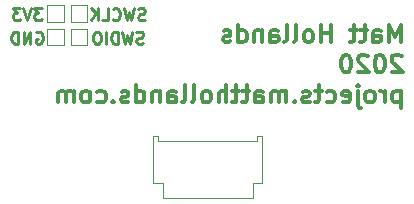
<source format=gbr>
G04 #@! TF.GenerationSoftware,KiCad,Pcbnew,(5.1.5-0-10_14)*
G04 #@! TF.CreationDate,2020-08-22T00:12:21-07:00*
G04 #@! TF.ProjectId,Sense_board,57726973-745f-4536-956e-73655f626f61,rev?*
G04 #@! TF.SameCoordinates,Original*
G04 #@! TF.FileFunction,Legend,Bot*
G04 #@! TF.FilePolarity,Positive*
%FSLAX46Y46*%
G04 Gerber Fmt 4.6, Leading zero omitted, Abs format (unit mm)*
G04 Created by KiCad (PCBNEW (5.1.5-0-10_14)) date 2020-08-22 00:12:21*
%MOMM*%
%LPD*%
G04 APERTURE LIST*
%ADD10C,0.300000*%
%ADD11C,0.250000*%
%ADD12C,0.120000*%
G04 APERTURE END LIST*
D10*
X135347857Y-52728571D02*
X135347857Y-51228571D01*
X134847857Y-52300000D01*
X134347857Y-51228571D01*
X134347857Y-52728571D01*
X132990714Y-52728571D02*
X132990714Y-51942857D01*
X133062142Y-51800000D01*
X133205000Y-51728571D01*
X133490714Y-51728571D01*
X133633571Y-51800000D01*
X132990714Y-52657142D02*
X133133571Y-52728571D01*
X133490714Y-52728571D01*
X133633571Y-52657142D01*
X133705000Y-52514285D01*
X133705000Y-52371428D01*
X133633571Y-52228571D01*
X133490714Y-52157142D01*
X133133571Y-52157142D01*
X132990714Y-52085714D01*
X132490714Y-51728571D02*
X131919285Y-51728571D01*
X132276428Y-51228571D02*
X132276428Y-52514285D01*
X132205000Y-52657142D01*
X132062142Y-52728571D01*
X131919285Y-52728571D01*
X131633571Y-51728571D02*
X131062142Y-51728571D01*
X131419285Y-51228571D02*
X131419285Y-52514285D01*
X131347857Y-52657142D01*
X131205000Y-52728571D01*
X131062142Y-52728571D01*
X129419285Y-52728571D02*
X129419285Y-51228571D01*
X129419285Y-51942857D02*
X128562142Y-51942857D01*
X128562142Y-52728571D02*
X128562142Y-51228571D01*
X127633571Y-52728571D02*
X127776428Y-52657142D01*
X127847857Y-52585714D01*
X127919285Y-52442857D01*
X127919285Y-52014285D01*
X127847857Y-51871428D01*
X127776428Y-51800000D01*
X127633571Y-51728571D01*
X127419285Y-51728571D01*
X127276428Y-51800000D01*
X127205000Y-51871428D01*
X127133571Y-52014285D01*
X127133571Y-52442857D01*
X127205000Y-52585714D01*
X127276428Y-52657142D01*
X127419285Y-52728571D01*
X127633571Y-52728571D01*
X126276428Y-52728571D02*
X126419285Y-52657142D01*
X126490714Y-52514285D01*
X126490714Y-51228571D01*
X125490714Y-52728571D02*
X125633571Y-52657142D01*
X125705000Y-52514285D01*
X125705000Y-51228571D01*
X124276428Y-52728571D02*
X124276428Y-51942857D01*
X124347857Y-51800000D01*
X124490714Y-51728571D01*
X124776428Y-51728571D01*
X124919285Y-51800000D01*
X124276428Y-52657142D02*
X124419285Y-52728571D01*
X124776428Y-52728571D01*
X124919285Y-52657142D01*
X124990714Y-52514285D01*
X124990714Y-52371428D01*
X124919285Y-52228571D01*
X124776428Y-52157142D01*
X124419285Y-52157142D01*
X124276428Y-52085714D01*
X123562142Y-51728571D02*
X123562142Y-52728571D01*
X123562142Y-51871428D02*
X123490714Y-51800000D01*
X123347857Y-51728571D01*
X123133571Y-51728571D01*
X122990714Y-51800000D01*
X122919285Y-51942857D01*
X122919285Y-52728571D01*
X121562142Y-52728571D02*
X121562142Y-51228571D01*
X121562142Y-52657142D02*
X121705000Y-52728571D01*
X121990714Y-52728571D01*
X122133571Y-52657142D01*
X122205000Y-52585714D01*
X122276428Y-52442857D01*
X122276428Y-52014285D01*
X122205000Y-51871428D01*
X122133571Y-51800000D01*
X121990714Y-51728571D01*
X121705000Y-51728571D01*
X121562142Y-51800000D01*
X120919285Y-52657142D02*
X120776428Y-52728571D01*
X120490714Y-52728571D01*
X120347857Y-52657142D01*
X120276428Y-52514285D01*
X120276428Y-52442857D01*
X120347857Y-52300000D01*
X120490714Y-52228571D01*
X120705000Y-52228571D01*
X120847857Y-52157142D01*
X120919285Y-52014285D01*
X120919285Y-51942857D01*
X120847857Y-51800000D01*
X120705000Y-51728571D01*
X120490714Y-51728571D01*
X120347857Y-51800000D01*
X135419285Y-53921428D02*
X135347857Y-53850000D01*
X135205000Y-53778571D01*
X134847857Y-53778571D01*
X134705000Y-53850000D01*
X134633571Y-53921428D01*
X134562142Y-54064285D01*
X134562142Y-54207142D01*
X134633571Y-54421428D01*
X135490714Y-55278571D01*
X134562142Y-55278571D01*
X133633571Y-53778571D02*
X133490714Y-53778571D01*
X133347857Y-53850000D01*
X133276428Y-53921428D01*
X133205000Y-54064285D01*
X133133571Y-54350000D01*
X133133571Y-54707142D01*
X133205000Y-54992857D01*
X133276428Y-55135714D01*
X133347857Y-55207142D01*
X133490714Y-55278571D01*
X133633571Y-55278571D01*
X133776428Y-55207142D01*
X133847857Y-55135714D01*
X133919285Y-54992857D01*
X133990714Y-54707142D01*
X133990714Y-54350000D01*
X133919285Y-54064285D01*
X133847857Y-53921428D01*
X133776428Y-53850000D01*
X133633571Y-53778571D01*
X132562142Y-53921428D02*
X132490714Y-53850000D01*
X132347857Y-53778571D01*
X131990714Y-53778571D01*
X131847857Y-53850000D01*
X131776428Y-53921428D01*
X131705000Y-54064285D01*
X131705000Y-54207142D01*
X131776428Y-54421428D01*
X132633571Y-55278571D01*
X131705000Y-55278571D01*
X130776428Y-53778571D02*
X130633571Y-53778571D01*
X130490714Y-53850000D01*
X130419285Y-53921428D01*
X130347857Y-54064285D01*
X130276428Y-54350000D01*
X130276428Y-54707142D01*
X130347857Y-54992857D01*
X130419285Y-55135714D01*
X130490714Y-55207142D01*
X130633571Y-55278571D01*
X130776428Y-55278571D01*
X130919285Y-55207142D01*
X130990714Y-55135714D01*
X131062142Y-54992857D01*
X131133571Y-54707142D01*
X131133571Y-54350000D01*
X131062142Y-54064285D01*
X130990714Y-53921428D01*
X130919285Y-53850000D01*
X130776428Y-53778571D01*
X135347857Y-56828571D02*
X135347857Y-58328571D01*
X135347857Y-56900000D02*
X135205000Y-56828571D01*
X134919285Y-56828571D01*
X134776428Y-56900000D01*
X134705000Y-56971428D01*
X134633571Y-57114285D01*
X134633571Y-57542857D01*
X134705000Y-57685714D01*
X134776428Y-57757142D01*
X134919285Y-57828571D01*
X135205000Y-57828571D01*
X135347857Y-57757142D01*
X133990714Y-57828571D02*
X133990714Y-56828571D01*
X133990714Y-57114285D02*
X133919285Y-56971428D01*
X133847857Y-56900000D01*
X133705000Y-56828571D01*
X133562142Y-56828571D01*
X132847857Y-57828571D02*
X132990714Y-57757142D01*
X133062142Y-57685714D01*
X133133571Y-57542857D01*
X133133571Y-57114285D01*
X133062142Y-56971428D01*
X132990714Y-56900000D01*
X132847857Y-56828571D01*
X132633571Y-56828571D01*
X132490714Y-56900000D01*
X132419285Y-56971428D01*
X132347857Y-57114285D01*
X132347857Y-57542857D01*
X132419285Y-57685714D01*
X132490714Y-57757142D01*
X132633571Y-57828571D01*
X132847857Y-57828571D01*
X131705000Y-56828571D02*
X131705000Y-58114285D01*
X131776428Y-58257142D01*
X131919285Y-58328571D01*
X131990714Y-58328571D01*
X131705000Y-56328571D02*
X131776428Y-56400000D01*
X131705000Y-56471428D01*
X131633571Y-56400000D01*
X131705000Y-56328571D01*
X131705000Y-56471428D01*
X130419285Y-57757142D02*
X130562142Y-57828571D01*
X130847857Y-57828571D01*
X130990714Y-57757142D01*
X131062142Y-57614285D01*
X131062142Y-57042857D01*
X130990714Y-56900000D01*
X130847857Y-56828571D01*
X130562142Y-56828571D01*
X130419285Y-56900000D01*
X130347857Y-57042857D01*
X130347857Y-57185714D01*
X131062142Y-57328571D01*
X129062142Y-57757142D02*
X129205000Y-57828571D01*
X129490714Y-57828571D01*
X129633571Y-57757142D01*
X129705000Y-57685714D01*
X129776428Y-57542857D01*
X129776428Y-57114285D01*
X129705000Y-56971428D01*
X129633571Y-56900000D01*
X129490714Y-56828571D01*
X129205000Y-56828571D01*
X129062142Y-56900000D01*
X128633571Y-56828571D02*
X128062142Y-56828571D01*
X128419285Y-56328571D02*
X128419285Y-57614285D01*
X128347857Y-57757142D01*
X128205000Y-57828571D01*
X128062142Y-57828571D01*
X127633571Y-57757142D02*
X127490714Y-57828571D01*
X127205000Y-57828571D01*
X127062142Y-57757142D01*
X126990714Y-57614285D01*
X126990714Y-57542857D01*
X127062142Y-57400000D01*
X127205000Y-57328571D01*
X127419285Y-57328571D01*
X127562142Y-57257142D01*
X127633571Y-57114285D01*
X127633571Y-57042857D01*
X127562142Y-56900000D01*
X127419285Y-56828571D01*
X127205000Y-56828571D01*
X127062142Y-56900000D01*
X126347857Y-57685714D02*
X126276428Y-57757142D01*
X126347857Y-57828571D01*
X126419285Y-57757142D01*
X126347857Y-57685714D01*
X126347857Y-57828571D01*
X125633571Y-57828571D02*
X125633571Y-56828571D01*
X125633571Y-56971428D02*
X125562142Y-56900000D01*
X125419285Y-56828571D01*
X125205000Y-56828571D01*
X125062142Y-56900000D01*
X124990714Y-57042857D01*
X124990714Y-57828571D01*
X124990714Y-57042857D02*
X124919285Y-56900000D01*
X124776428Y-56828571D01*
X124562142Y-56828571D01*
X124419285Y-56900000D01*
X124347857Y-57042857D01*
X124347857Y-57828571D01*
X122990714Y-57828571D02*
X122990714Y-57042857D01*
X123062142Y-56900000D01*
X123205000Y-56828571D01*
X123490714Y-56828571D01*
X123633571Y-56900000D01*
X122990714Y-57757142D02*
X123133571Y-57828571D01*
X123490714Y-57828571D01*
X123633571Y-57757142D01*
X123705000Y-57614285D01*
X123705000Y-57471428D01*
X123633571Y-57328571D01*
X123490714Y-57257142D01*
X123133571Y-57257142D01*
X122990714Y-57185714D01*
X122490714Y-56828571D02*
X121919285Y-56828571D01*
X122276428Y-56328571D02*
X122276428Y-57614285D01*
X122205000Y-57757142D01*
X122062142Y-57828571D01*
X121919285Y-57828571D01*
X121633571Y-56828571D02*
X121062142Y-56828571D01*
X121419285Y-56328571D02*
X121419285Y-57614285D01*
X121347857Y-57757142D01*
X121205000Y-57828571D01*
X121062142Y-57828571D01*
X120562142Y-57828571D02*
X120562142Y-56328571D01*
X119919285Y-57828571D02*
X119919285Y-57042857D01*
X119990714Y-56900000D01*
X120133571Y-56828571D01*
X120347857Y-56828571D01*
X120490714Y-56900000D01*
X120562142Y-56971428D01*
X118990714Y-57828571D02*
X119133571Y-57757142D01*
X119205000Y-57685714D01*
X119276428Y-57542857D01*
X119276428Y-57114285D01*
X119205000Y-56971428D01*
X119133571Y-56900000D01*
X118990714Y-56828571D01*
X118776428Y-56828571D01*
X118633571Y-56900000D01*
X118562142Y-56971428D01*
X118490714Y-57114285D01*
X118490714Y-57542857D01*
X118562142Y-57685714D01*
X118633571Y-57757142D01*
X118776428Y-57828571D01*
X118990714Y-57828571D01*
X117633571Y-57828571D02*
X117776428Y-57757142D01*
X117847857Y-57614285D01*
X117847857Y-56328571D01*
X116847857Y-57828571D02*
X116990714Y-57757142D01*
X117062142Y-57614285D01*
X117062142Y-56328571D01*
X115633571Y-57828571D02*
X115633571Y-57042857D01*
X115705000Y-56900000D01*
X115847857Y-56828571D01*
X116133571Y-56828571D01*
X116276428Y-56900000D01*
X115633571Y-57757142D02*
X115776428Y-57828571D01*
X116133571Y-57828571D01*
X116276428Y-57757142D01*
X116347857Y-57614285D01*
X116347857Y-57471428D01*
X116276428Y-57328571D01*
X116133571Y-57257142D01*
X115776428Y-57257142D01*
X115633571Y-57185714D01*
X114919285Y-56828571D02*
X114919285Y-57828571D01*
X114919285Y-56971428D02*
X114847857Y-56900000D01*
X114705000Y-56828571D01*
X114490714Y-56828571D01*
X114347857Y-56900000D01*
X114276428Y-57042857D01*
X114276428Y-57828571D01*
X112919285Y-57828571D02*
X112919285Y-56328571D01*
X112919285Y-57757142D02*
X113062142Y-57828571D01*
X113347857Y-57828571D01*
X113490714Y-57757142D01*
X113562142Y-57685714D01*
X113633571Y-57542857D01*
X113633571Y-57114285D01*
X113562142Y-56971428D01*
X113490714Y-56900000D01*
X113347857Y-56828571D01*
X113062142Y-56828571D01*
X112919285Y-56900000D01*
X112276428Y-57757142D02*
X112133571Y-57828571D01*
X111847857Y-57828571D01*
X111705000Y-57757142D01*
X111633571Y-57614285D01*
X111633571Y-57542857D01*
X111705000Y-57400000D01*
X111847857Y-57328571D01*
X112062142Y-57328571D01*
X112205000Y-57257142D01*
X112276428Y-57114285D01*
X112276428Y-57042857D01*
X112205000Y-56900000D01*
X112062142Y-56828571D01*
X111847857Y-56828571D01*
X111705000Y-56900000D01*
X110990714Y-57685714D02*
X110919285Y-57757142D01*
X110990714Y-57828571D01*
X111062142Y-57757142D01*
X110990714Y-57685714D01*
X110990714Y-57828571D01*
X109633571Y-57757142D02*
X109776428Y-57828571D01*
X110062142Y-57828571D01*
X110205000Y-57757142D01*
X110276428Y-57685714D01*
X110347857Y-57542857D01*
X110347857Y-57114285D01*
X110276428Y-56971428D01*
X110205000Y-56900000D01*
X110062142Y-56828571D01*
X109776428Y-56828571D01*
X109633571Y-56900000D01*
X108776428Y-57828571D02*
X108919285Y-57757142D01*
X108990714Y-57685714D01*
X109062142Y-57542857D01*
X109062142Y-57114285D01*
X108990714Y-56971428D01*
X108919285Y-56900000D01*
X108776428Y-56828571D01*
X108562142Y-56828571D01*
X108419285Y-56900000D01*
X108347857Y-56971428D01*
X108276428Y-57114285D01*
X108276428Y-57542857D01*
X108347857Y-57685714D01*
X108419285Y-57757142D01*
X108562142Y-57828571D01*
X108776428Y-57828571D01*
X107633571Y-57828571D02*
X107633571Y-56828571D01*
X107633571Y-56971428D02*
X107562142Y-56900000D01*
X107419285Y-56828571D01*
X107205000Y-56828571D01*
X107062142Y-56900000D01*
X106990714Y-57042857D01*
X106990714Y-57828571D01*
X106990714Y-57042857D02*
X106919285Y-56900000D01*
X106776428Y-56828571D01*
X106562142Y-56828571D01*
X106419285Y-56900000D01*
X106347857Y-57042857D01*
X106347857Y-57828571D01*
D11*
X104461904Y-51900000D02*
X104557142Y-51852380D01*
X104700000Y-51852380D01*
X104842857Y-51900000D01*
X104938095Y-51995238D01*
X104985714Y-52090476D01*
X105033333Y-52280952D01*
X105033333Y-52423809D01*
X104985714Y-52614285D01*
X104938095Y-52709523D01*
X104842857Y-52804761D01*
X104700000Y-52852380D01*
X104604761Y-52852380D01*
X104461904Y-52804761D01*
X104414285Y-52757142D01*
X104414285Y-52423809D01*
X104604761Y-52423809D01*
X103985714Y-52852380D02*
X103985714Y-51852380D01*
X103414285Y-52852380D01*
X103414285Y-51852380D01*
X102938095Y-52852380D02*
X102938095Y-51852380D01*
X102700000Y-51852380D01*
X102557142Y-51900000D01*
X102461904Y-51995238D01*
X102414285Y-52090476D01*
X102366666Y-52280952D01*
X102366666Y-52423809D01*
X102414285Y-52614285D01*
X102461904Y-52709523D01*
X102557142Y-52804761D01*
X102700000Y-52852380D01*
X102938095Y-52852380D01*
X104938095Y-49852380D02*
X104319047Y-49852380D01*
X104652380Y-50233333D01*
X104509523Y-50233333D01*
X104414285Y-50280952D01*
X104366666Y-50328571D01*
X104319047Y-50423809D01*
X104319047Y-50661904D01*
X104366666Y-50757142D01*
X104414285Y-50804761D01*
X104509523Y-50852380D01*
X104795238Y-50852380D01*
X104890476Y-50804761D01*
X104938095Y-50757142D01*
X104033333Y-49852380D02*
X103700000Y-50852380D01*
X103366666Y-49852380D01*
X103128571Y-49852380D02*
X102509523Y-49852380D01*
X102842857Y-50233333D01*
X102700000Y-50233333D01*
X102604761Y-50280952D01*
X102557142Y-50328571D01*
X102509523Y-50423809D01*
X102509523Y-50661904D01*
X102557142Y-50757142D01*
X102604761Y-50804761D01*
X102700000Y-50852380D01*
X102985714Y-50852380D01*
X103080952Y-50804761D01*
X103128571Y-50757142D01*
X113661904Y-50804761D02*
X113519047Y-50852380D01*
X113280952Y-50852380D01*
X113185714Y-50804761D01*
X113138095Y-50757142D01*
X113090476Y-50661904D01*
X113090476Y-50566666D01*
X113138095Y-50471428D01*
X113185714Y-50423809D01*
X113280952Y-50376190D01*
X113471428Y-50328571D01*
X113566666Y-50280952D01*
X113614285Y-50233333D01*
X113661904Y-50138095D01*
X113661904Y-50042857D01*
X113614285Y-49947619D01*
X113566666Y-49900000D01*
X113471428Y-49852380D01*
X113233333Y-49852380D01*
X113090476Y-49900000D01*
X112757142Y-49852380D02*
X112519047Y-50852380D01*
X112328571Y-50138095D01*
X112138095Y-50852380D01*
X111900000Y-49852380D01*
X110947619Y-50757142D02*
X110995238Y-50804761D01*
X111138095Y-50852380D01*
X111233333Y-50852380D01*
X111376190Y-50804761D01*
X111471428Y-50709523D01*
X111519047Y-50614285D01*
X111566666Y-50423809D01*
X111566666Y-50280952D01*
X111519047Y-50090476D01*
X111471428Y-49995238D01*
X111376190Y-49900000D01*
X111233333Y-49852380D01*
X111138095Y-49852380D01*
X110995238Y-49900000D01*
X110947619Y-49947619D01*
X110042857Y-50852380D02*
X110519047Y-50852380D01*
X110519047Y-49852380D01*
X109709523Y-50852380D02*
X109709523Y-49852380D01*
X109138095Y-50852380D02*
X109566666Y-50280952D01*
X109138095Y-49852380D02*
X109709523Y-50423809D01*
X113519047Y-52804761D02*
X113376190Y-52852380D01*
X113138095Y-52852380D01*
X113042857Y-52804761D01*
X112995238Y-52757142D01*
X112947619Y-52661904D01*
X112947619Y-52566666D01*
X112995238Y-52471428D01*
X113042857Y-52423809D01*
X113138095Y-52376190D01*
X113328571Y-52328571D01*
X113423809Y-52280952D01*
X113471428Y-52233333D01*
X113519047Y-52138095D01*
X113519047Y-52042857D01*
X113471428Y-51947619D01*
X113423809Y-51900000D01*
X113328571Y-51852380D01*
X113090476Y-51852380D01*
X112947619Y-51900000D01*
X112614285Y-51852380D02*
X112376190Y-52852380D01*
X112185714Y-52138095D01*
X111995238Y-52852380D01*
X111757142Y-51852380D01*
X111376190Y-52852380D02*
X111376190Y-51852380D01*
X111138095Y-51852380D01*
X110995238Y-51900000D01*
X110900000Y-51995238D01*
X110852380Y-52090476D01*
X110804761Y-52280952D01*
X110804761Y-52423809D01*
X110852380Y-52614285D01*
X110900000Y-52709523D01*
X110995238Y-52804761D01*
X111138095Y-52852380D01*
X111376190Y-52852380D01*
X110376190Y-52852380D02*
X110376190Y-51852380D01*
X109709523Y-51852380D02*
X109519047Y-51852380D01*
X109423809Y-51900000D01*
X109328571Y-51995238D01*
X109280952Y-52185714D01*
X109280952Y-52519047D01*
X109328571Y-52709523D01*
X109423809Y-52804761D01*
X109519047Y-52852380D01*
X109709523Y-52852380D01*
X109804761Y-52804761D01*
X109900000Y-52709523D01*
X109947619Y-52519047D01*
X109947619Y-52185714D01*
X109900000Y-51995238D01*
X109804761Y-51900000D01*
X109709523Y-51852380D01*
D12*
X123600000Y-64650000D02*
X123600000Y-60700000D01*
X123600000Y-60700000D02*
X123200000Y-60700000D01*
X123200000Y-60700000D02*
X123200000Y-61100000D01*
X123200000Y-61100000D02*
X114800000Y-61100000D01*
X114800000Y-61100000D02*
X114800000Y-60700000D01*
X114800000Y-60700000D02*
X114400000Y-60700000D01*
X114400000Y-60700000D02*
X114400000Y-64650000D01*
X114400000Y-64650000D02*
X115200000Y-64650000D01*
X115200000Y-64650000D02*
X115200000Y-65950000D01*
X115200000Y-65950000D02*
X122800000Y-65950000D01*
X122800000Y-65950000D02*
X122800000Y-64650000D01*
X122800000Y-64650000D02*
X123600000Y-64650000D01*
X105400000Y-51600000D02*
X105400000Y-53000000D01*
X106800000Y-51600000D02*
X105400000Y-51600000D01*
X106800000Y-53000000D02*
X106800000Y-51600000D01*
X105400000Y-53000000D02*
X106800000Y-53000000D01*
X105400000Y-51000000D02*
X106800000Y-51000000D01*
X106800000Y-51000000D02*
X106800000Y-49600000D01*
X106800000Y-49600000D02*
X105400000Y-49600000D01*
X105400000Y-49600000D02*
X105400000Y-51000000D01*
X107400000Y-51600000D02*
X107400000Y-53000000D01*
X108800000Y-51600000D02*
X107400000Y-51600000D01*
X108800000Y-53000000D02*
X108800000Y-51600000D01*
X107400000Y-53000000D02*
X108800000Y-53000000D01*
X107400000Y-51000000D02*
X108800000Y-51000000D01*
X108800000Y-51000000D02*
X108800000Y-49600000D01*
X108800000Y-49600000D02*
X107400000Y-49600000D01*
X107400000Y-49600000D02*
X107400000Y-51000000D01*
M02*

</source>
